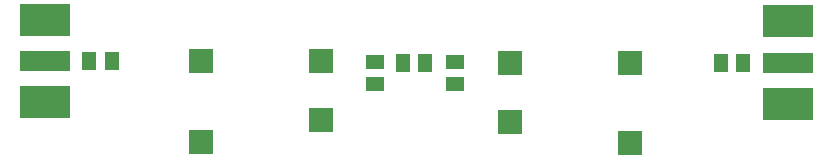
<source format=gbr>
G04 EAGLE Gerber RS-274X export*
G75*
%MOMM*%
%FSLAX34Y34*%
%LPD*%
%INSolderpaste Top*%
%IPPOS*%
%AMOC8*
5,1,8,0,0,1.08239X$1,22.5*%
G01*
%ADD10R,1.500000X1.300000*%
%ADD11R,1.300000X1.500000*%
%ADD12R,2.000000X2.000000*%
%ADD13R,4.191000X1.778000*%
%ADD14R,4.191000X2.667000*%


D10*
X312420Y70510D03*
X312420Y89510D03*
D11*
X335940Y88900D03*
X354940Y88900D03*
X70510Y90170D03*
X89510Y90170D03*
D12*
X266220Y90170D03*
X266220Y40170D03*
D10*
X379730Y70510D03*
X379730Y89510D03*
D11*
X624180Y88900D03*
X605180Y88900D03*
D12*
X426240Y88900D03*
X426240Y38900D03*
X165100Y21710D03*
X165100Y90010D03*
X528320Y20440D03*
X528320Y88740D03*
D13*
X32584Y90170D03*
D14*
X32584Y125116D03*
X32584Y55224D03*
D13*
X662106Y88900D03*
D14*
X662106Y53954D03*
X662106Y123846D03*
M02*

</source>
